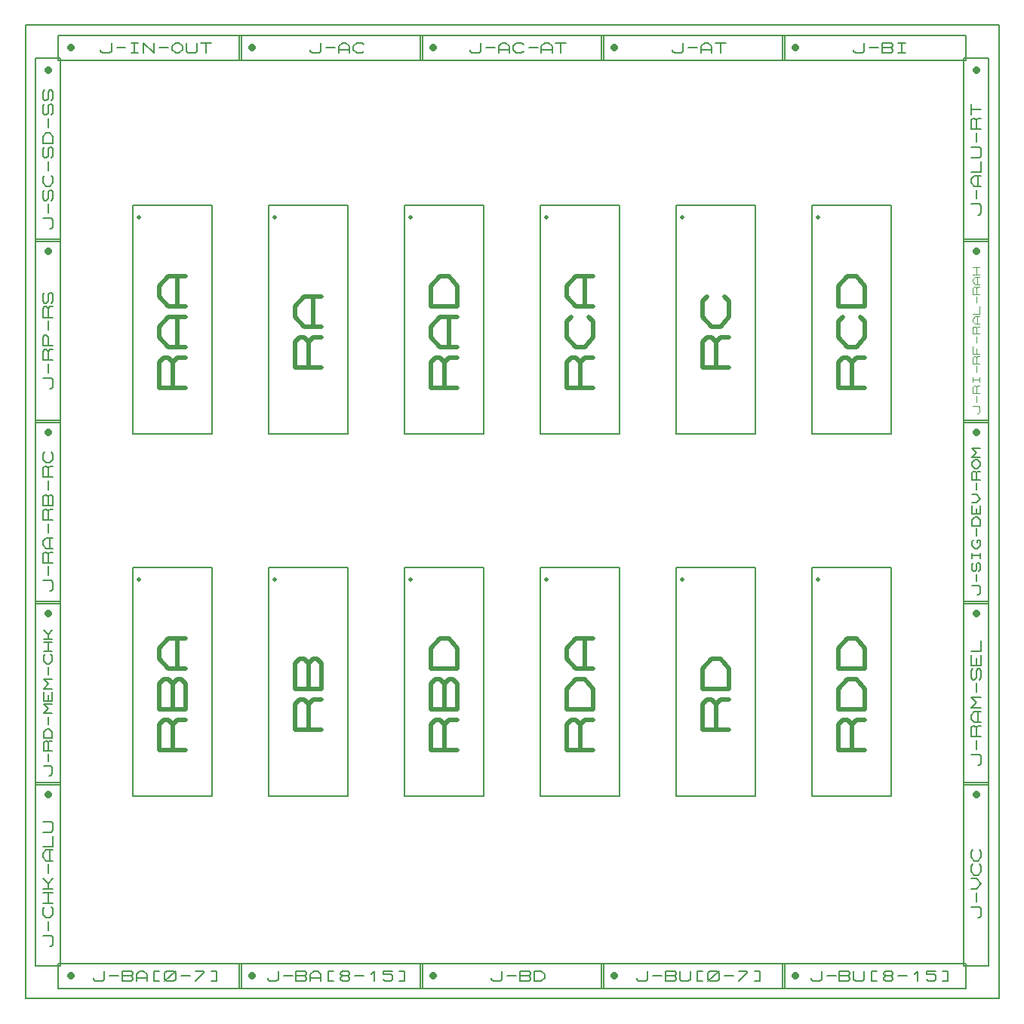
<source format=gbr>
G04 PROTEUS GERBER X2 FILE*
%TF.GenerationSoftware,Labcenter,Proteus,8.13-SP0-Build31525*%
%TF.CreationDate,2022-07-18T16:44:16+00:00*%
%TF.FileFunction,AssemblyDrawing,Top*%
%TF.FilePolarity,Positive*%
%TF.Part,Single*%
%TF.SameCoordinates,{5cd33fac-9818-4aa8-8d23-16ed7fe0303d}*%
%FSLAX45Y45*%
%MOMM*%
G01*
%TA.AperFunction,Profile*%
%ADD15C,0.203200*%
%TA.AperFunction,Material*%
%ADD16C,0.203200*%
%ADD20C,0.812800*%
%ADD21C,0.177800*%
%ADD22C,0.154510*%
%ADD23C,0.123610*%
%ADD24C,0.142630*%
%ADD25C,0.508000*%
%ADD26C,0.507080*%
%TD.AperFunction*%
D15*
X-5461000Y-5715000D02*
X+5461000Y-5715000D01*
X+5461000Y+5207000D01*
X-5461000Y+5207000D01*
X-5461000Y-5715000D01*
D16*
X-3058160Y+4815840D02*
X-1005840Y+4815840D01*
X-1005840Y+5090160D01*
X-3058160Y+5090160D01*
X-3058160Y+4815840D01*
D20*
X-2921000Y+4953000D02*
X-2921000Y+4953000D01*
D21*
X-2263140Y+4935220D02*
X-2263140Y+4917440D01*
X-2243138Y+4899660D01*
X-2163128Y+4899660D01*
X-2143125Y+4917440D01*
X-2143125Y+5006340D01*
X-2083118Y+4953000D02*
X-1983105Y+4953000D01*
X-1943100Y+4899660D02*
X-1943100Y+4970780D01*
X-1903095Y+5006340D01*
X-1863090Y+5006340D01*
X-1823085Y+4970780D01*
X-1823085Y+4899660D01*
X-1943100Y+4935220D02*
X-1823085Y+4935220D01*
X-1663065Y+4917440D02*
X-1683068Y+4899660D01*
X-1743075Y+4899660D01*
X-1783080Y+4935220D01*
X-1783080Y+4970780D01*
X-1743075Y+5006340D01*
X-1683068Y+5006340D01*
X-1663065Y+4988560D01*
D16*
X-1026160Y+4815840D02*
X+1026160Y+4815840D01*
X+1026160Y+5090160D01*
X-1026160Y+5090160D01*
X-1026160Y+4815840D01*
D20*
X-889000Y+4953000D02*
X-889000Y+4953000D01*
D21*
X-471170Y+4935220D02*
X-471170Y+4917440D01*
X-451168Y+4899660D01*
X-371158Y+4899660D01*
X-351155Y+4917440D01*
X-351155Y+5006340D01*
X-291148Y+4953000D02*
X-191135Y+4953000D01*
X-151130Y+4899660D02*
X-151130Y+4970780D01*
X-111125Y+5006340D01*
X-71120Y+5006340D01*
X-31115Y+4970780D01*
X-31115Y+4899660D01*
X-151130Y+4935220D02*
X-31115Y+4935220D01*
X+128905Y+4917440D02*
X+108902Y+4899660D01*
X+48895Y+4899660D01*
X+8890Y+4935220D01*
X+8890Y+4970780D01*
X+48895Y+5006340D01*
X+108902Y+5006340D01*
X+128905Y+4988560D01*
X+188912Y+4953000D02*
X+288925Y+4953000D01*
X+328930Y+4899660D02*
X+328930Y+4970780D01*
X+368935Y+5006340D01*
X+408940Y+5006340D01*
X+448945Y+4970780D01*
X+448945Y+4899660D01*
X+328930Y+4935220D02*
X+448945Y+4935220D01*
X+488950Y+5006340D02*
X+608965Y+5006340D01*
X+548957Y+5006340D02*
X+548957Y+4899660D01*
D16*
X+1005840Y+4815840D02*
X+3058160Y+4815840D01*
X+3058160Y+5090160D01*
X+1005840Y+5090160D01*
X+1005840Y+4815840D01*
D20*
X+1143000Y+4953000D02*
X+1143000Y+4953000D01*
D21*
X+1800860Y+4935220D02*
X+1800860Y+4917440D01*
X+1820862Y+4899660D01*
X+1900872Y+4899660D01*
X+1920875Y+4917440D01*
X+1920875Y+5006340D01*
X+1980882Y+4953000D02*
X+2080895Y+4953000D01*
X+2120900Y+4899660D02*
X+2120900Y+4970780D01*
X+2160905Y+5006340D01*
X+2200910Y+5006340D01*
X+2240915Y+4970780D01*
X+2240915Y+4899660D01*
X+2120900Y+4935220D02*
X+2240915Y+4935220D01*
X+2280920Y+5006340D02*
X+2400935Y+5006340D01*
X+2340927Y+5006340D02*
X+2340927Y+4899660D01*
D16*
X+3037840Y+4815840D02*
X+5090160Y+4815840D01*
X+5090160Y+5090160D01*
X+3037840Y+5090160D01*
X+3037840Y+4815840D01*
D20*
X+3175000Y+4953000D02*
X+3175000Y+4953000D01*
D21*
X+3832860Y+4935220D02*
X+3832860Y+4917440D01*
X+3852862Y+4899660D01*
X+3932872Y+4899660D01*
X+3952875Y+4917440D01*
X+3952875Y+5006340D01*
X+4012882Y+4953000D02*
X+4112895Y+4953000D01*
X+4152900Y+4899660D02*
X+4152900Y+5006340D01*
X+4252912Y+5006340D01*
X+4272915Y+4988560D01*
X+4272915Y+4970780D01*
X+4252912Y+4953000D01*
X+4272915Y+4935220D01*
X+4272915Y+4917440D01*
X+4252912Y+4899660D01*
X+4152900Y+4899660D01*
X+4152900Y+4953000D02*
X+4252912Y+4953000D01*
X+4332922Y+5006340D02*
X+4412932Y+5006340D01*
X+4372927Y+5006340D02*
X+4372927Y+4899660D01*
X+4332922Y+4899660D02*
X+4412932Y+4899660D01*
D16*
X-5090160Y+4815840D02*
X-3037840Y+4815840D01*
X-3037840Y+5090160D01*
X-5090160Y+5090160D01*
X-5090160Y+4815840D01*
D20*
X-4953000Y+4953000D02*
X-4953000Y+4953000D01*
D21*
X-4615180Y+4935220D02*
X-4615180Y+4917440D01*
X-4595178Y+4899660D01*
X-4515168Y+4899660D01*
X-4495165Y+4917440D01*
X-4495165Y+5006340D01*
X-4435158Y+4953000D02*
X-4335145Y+4953000D01*
X-4275138Y+5006340D02*
X-4195128Y+5006340D01*
X-4235133Y+5006340D02*
X-4235133Y+4899660D01*
X-4275138Y+4899660D02*
X-4195128Y+4899660D01*
X-4135120Y+4899660D02*
X-4135120Y+5006340D01*
X-4015105Y+4899660D01*
X-4015105Y+5006340D01*
X-3955098Y+4953000D02*
X-3855085Y+4953000D01*
X-3815080Y+4970780D02*
X-3775075Y+5006340D01*
X-3735070Y+5006340D01*
X-3695065Y+4970780D01*
X-3695065Y+4935220D01*
X-3735070Y+4899660D01*
X-3775075Y+4899660D01*
X-3815080Y+4935220D01*
X-3815080Y+4970780D01*
X-3655060Y+5006340D02*
X-3655060Y+4917440D01*
X-3635058Y+4899660D01*
X-3555048Y+4899660D01*
X-3535045Y+4917440D01*
X-3535045Y+5006340D01*
X-3495040Y+5006340D02*
X-3375025Y+5006340D01*
X-3435033Y+5006340D02*
X-3435033Y+4899660D01*
D16*
X-5090160Y-5598160D02*
X-3037840Y-5598160D01*
X-3037840Y-5323840D01*
X-5090160Y-5323840D01*
X-5090160Y-5598160D01*
D20*
X-4953000Y-5461000D02*
X-4953000Y-5461000D01*
D21*
X-4695190Y-5478780D02*
X-4695190Y-5496560D01*
X-4675188Y-5514340D01*
X-4595178Y-5514340D01*
X-4575175Y-5496560D01*
X-4575175Y-5407660D01*
X-4515168Y-5461000D02*
X-4415155Y-5461000D01*
X-4375150Y-5514340D02*
X-4375150Y-5407660D01*
X-4275138Y-5407660D01*
X-4255135Y-5425440D01*
X-4255135Y-5443220D01*
X-4275138Y-5461000D01*
X-4255135Y-5478780D01*
X-4255135Y-5496560D01*
X-4275138Y-5514340D01*
X-4375150Y-5514340D01*
X-4375150Y-5461000D02*
X-4275138Y-5461000D01*
X-4215130Y-5514340D02*
X-4215130Y-5443220D01*
X-4175125Y-5407660D01*
X-4135120Y-5407660D01*
X-4095115Y-5443220D01*
X-4095115Y-5514340D01*
X-4215130Y-5478780D02*
X-4095115Y-5478780D01*
X-3955098Y-5407660D02*
X-4015105Y-5407660D01*
X-4015105Y-5514340D01*
X-3955098Y-5514340D01*
X-3895090Y-5496560D02*
X-3895090Y-5425440D01*
X-3875088Y-5407660D01*
X-3795078Y-5407660D01*
X-3775075Y-5425440D01*
X-3775075Y-5496560D01*
X-3795078Y-5514340D01*
X-3875088Y-5514340D01*
X-3895090Y-5496560D01*
X-3895090Y-5514340D02*
X-3775075Y-5407660D01*
X-3715068Y-5461000D02*
X-3615055Y-5461000D01*
X-3555048Y-5407660D02*
X-3455035Y-5407660D01*
X-3455035Y-5425440D01*
X-3555048Y-5514340D01*
X-3375025Y-5407660D02*
X-3315018Y-5407660D01*
X-3315018Y-5514340D01*
X-3375025Y-5514340D01*
D16*
X-3058160Y-5598160D02*
X-1005840Y-5598160D01*
X-1005840Y-5323840D01*
X-3058160Y-5323840D01*
X-3058160Y-5598160D01*
D20*
X-2921000Y-5461000D02*
X-2921000Y-5461000D01*
D21*
X-2743200Y-5478780D02*
X-2743200Y-5496560D01*
X-2723198Y-5514340D01*
X-2643188Y-5514340D01*
X-2623185Y-5496560D01*
X-2623185Y-5407660D01*
X-2563178Y-5461000D02*
X-2463165Y-5461000D01*
X-2423160Y-5514340D02*
X-2423160Y-5407660D01*
X-2323148Y-5407660D01*
X-2303145Y-5425440D01*
X-2303145Y-5443220D01*
X-2323148Y-5461000D01*
X-2303145Y-5478780D01*
X-2303145Y-5496560D01*
X-2323148Y-5514340D01*
X-2423160Y-5514340D01*
X-2423160Y-5461000D02*
X-2323148Y-5461000D01*
X-2263140Y-5514340D02*
X-2263140Y-5443220D01*
X-2223135Y-5407660D01*
X-2183130Y-5407660D01*
X-2143125Y-5443220D01*
X-2143125Y-5514340D01*
X-2263140Y-5478780D02*
X-2143125Y-5478780D01*
X-2003108Y-5407660D02*
X-2063115Y-5407660D01*
X-2063115Y-5514340D01*
X-2003108Y-5514340D01*
X-1903095Y-5461000D02*
X-1923098Y-5443220D01*
X-1923098Y-5425440D01*
X-1903095Y-5407660D01*
X-1843088Y-5407660D01*
X-1823085Y-5425440D01*
X-1823085Y-5443220D01*
X-1843088Y-5461000D01*
X-1903095Y-5461000D01*
X-1923098Y-5478780D01*
X-1923098Y-5496560D01*
X-1903095Y-5514340D01*
X-1843088Y-5514340D01*
X-1823085Y-5496560D01*
X-1823085Y-5478780D01*
X-1843088Y-5461000D01*
X-1763078Y-5461000D02*
X-1663065Y-5461000D01*
X-1583055Y-5443220D02*
X-1543050Y-5407660D01*
X-1543050Y-5514340D01*
X-1343025Y-5407660D02*
X-1443038Y-5407660D01*
X-1443038Y-5443220D01*
X-1363028Y-5443220D01*
X-1343025Y-5461000D01*
X-1343025Y-5496560D01*
X-1363028Y-5514340D01*
X-1423035Y-5514340D01*
X-1443038Y-5496560D01*
X-1263015Y-5407660D02*
X-1203008Y-5407660D01*
X-1203008Y-5514340D01*
X-1263015Y-5514340D01*
D16*
X-1026160Y-5598160D02*
X+1026160Y-5598160D01*
X+1026160Y-5323840D01*
X-1026160Y-5323840D01*
X-1026160Y-5598160D01*
D20*
X-889000Y-5461000D02*
X-889000Y-5461000D01*
D21*
X-231140Y-5478780D02*
X-231140Y-5496560D01*
X-211138Y-5514340D01*
X-131128Y-5514340D01*
X-111125Y-5496560D01*
X-111125Y-5407660D01*
X-51118Y-5461000D02*
X+48895Y-5461000D01*
X+88900Y-5514340D02*
X+88900Y-5407660D01*
X+188912Y-5407660D01*
X+208915Y-5425440D01*
X+208915Y-5443220D01*
X+188912Y-5461000D01*
X+208915Y-5478780D01*
X+208915Y-5496560D01*
X+188912Y-5514340D01*
X+88900Y-5514340D01*
X+88900Y-5461000D02*
X+188912Y-5461000D01*
X+248920Y-5514340D02*
X+248920Y-5407660D01*
X+328930Y-5407660D01*
X+368935Y-5443220D01*
X+368935Y-5478780D01*
X+328930Y-5514340D01*
X+248920Y-5514340D01*
D16*
X+1005840Y-5598160D02*
X+3058160Y-5598160D01*
X+3058160Y-5323840D01*
X+1005840Y-5323840D01*
X+1005840Y-5598160D01*
D20*
X+1143000Y-5461000D02*
X+1143000Y-5461000D01*
D21*
X+1400810Y-5478780D02*
X+1400810Y-5496560D01*
X+1420812Y-5514340D01*
X+1500822Y-5514340D01*
X+1520825Y-5496560D01*
X+1520825Y-5407660D01*
X+1580832Y-5461000D02*
X+1680845Y-5461000D01*
X+1720850Y-5514340D02*
X+1720850Y-5407660D01*
X+1820862Y-5407660D01*
X+1840865Y-5425440D01*
X+1840865Y-5443220D01*
X+1820862Y-5461000D01*
X+1840865Y-5478780D01*
X+1840865Y-5496560D01*
X+1820862Y-5514340D01*
X+1720850Y-5514340D01*
X+1720850Y-5461000D02*
X+1820862Y-5461000D01*
X+1880870Y-5407660D02*
X+1880870Y-5496560D01*
X+1900872Y-5514340D01*
X+1980882Y-5514340D01*
X+2000885Y-5496560D01*
X+2000885Y-5407660D01*
X+2140902Y-5407660D02*
X+2080895Y-5407660D01*
X+2080895Y-5514340D01*
X+2140902Y-5514340D01*
X+2200910Y-5496560D02*
X+2200910Y-5425440D01*
X+2220912Y-5407660D01*
X+2300922Y-5407660D01*
X+2320925Y-5425440D01*
X+2320925Y-5496560D01*
X+2300922Y-5514340D01*
X+2220912Y-5514340D01*
X+2200910Y-5496560D01*
X+2200910Y-5514340D02*
X+2320925Y-5407660D01*
X+2380932Y-5461000D02*
X+2480945Y-5461000D01*
X+2540952Y-5407660D02*
X+2640965Y-5407660D01*
X+2640965Y-5425440D01*
X+2540952Y-5514340D01*
X+2720975Y-5407660D02*
X+2780982Y-5407660D01*
X+2780982Y-5514340D01*
X+2720975Y-5514340D01*
D16*
X+3037840Y-5598160D02*
X+5090160Y-5598160D01*
X+5090160Y-5323840D01*
X+3037840Y-5323840D01*
X+3037840Y-5598160D01*
D20*
X+3175000Y-5461000D02*
X+3175000Y-5461000D01*
D21*
X+3352800Y-5478780D02*
X+3352800Y-5496560D01*
X+3372802Y-5514340D01*
X+3452812Y-5514340D01*
X+3472815Y-5496560D01*
X+3472815Y-5407660D01*
X+3532822Y-5461000D02*
X+3632835Y-5461000D01*
X+3672840Y-5514340D02*
X+3672840Y-5407660D01*
X+3772852Y-5407660D01*
X+3792855Y-5425440D01*
X+3792855Y-5443220D01*
X+3772852Y-5461000D01*
X+3792855Y-5478780D01*
X+3792855Y-5496560D01*
X+3772852Y-5514340D01*
X+3672840Y-5514340D01*
X+3672840Y-5461000D02*
X+3772852Y-5461000D01*
X+3832860Y-5407660D02*
X+3832860Y-5496560D01*
X+3852862Y-5514340D01*
X+3932872Y-5514340D01*
X+3952875Y-5496560D01*
X+3952875Y-5407660D01*
X+4092892Y-5407660D02*
X+4032885Y-5407660D01*
X+4032885Y-5514340D01*
X+4092892Y-5514340D01*
X+4192905Y-5461000D02*
X+4172902Y-5443220D01*
X+4172902Y-5425440D01*
X+4192905Y-5407660D01*
X+4252912Y-5407660D01*
X+4272915Y-5425440D01*
X+4272915Y-5443220D01*
X+4252912Y-5461000D01*
X+4192905Y-5461000D01*
X+4172902Y-5478780D01*
X+4172902Y-5496560D01*
X+4192905Y-5514340D01*
X+4252912Y-5514340D01*
X+4272915Y-5496560D01*
X+4272915Y-5478780D01*
X+4252912Y-5461000D01*
X+4332922Y-5461000D02*
X+4432935Y-5461000D01*
X+4512945Y-5443220D02*
X+4552950Y-5407660D01*
X+4552950Y-5514340D01*
X+4752975Y-5407660D02*
X+4652962Y-5407660D01*
X+4652962Y-5443220D01*
X+4732972Y-5443220D01*
X+4752975Y-5461000D01*
X+4752975Y-5496560D01*
X+4732972Y-5514340D01*
X+4672965Y-5514340D01*
X+4652962Y-5496560D01*
X+4832985Y-5407660D02*
X+4892992Y-5407660D01*
X+4892992Y-5514340D01*
X+4832985Y-5514340D01*
D16*
X-5344160Y+2783840D02*
X-5069840Y+2783840D01*
X-5069840Y+4836160D01*
X-5344160Y+4836160D01*
X-5344160Y+2783840D01*
D20*
X-5207000Y+4699000D02*
X-5207000Y+4699000D01*
D21*
X-5189220Y+2921000D02*
X-5171440Y+2921000D01*
X-5153660Y+2941002D01*
X-5153660Y+3021012D01*
X-5171440Y+3041015D01*
X-5260340Y+3041015D01*
X-5207000Y+3101022D02*
X-5207000Y+3201035D01*
X-5171440Y+3241040D02*
X-5153660Y+3261042D01*
X-5153660Y+3341052D01*
X-5171440Y+3361055D01*
X-5189220Y+3361055D01*
X-5207000Y+3341052D01*
X-5207000Y+3261042D01*
X-5224780Y+3241040D01*
X-5242560Y+3241040D01*
X-5260340Y+3261042D01*
X-5260340Y+3341052D01*
X-5242560Y+3361055D01*
X-5171440Y+3521075D02*
X-5153660Y+3501072D01*
X-5153660Y+3441065D01*
X-5189220Y+3401060D01*
X-5224780Y+3401060D01*
X-5260340Y+3441065D01*
X-5260340Y+3501072D01*
X-5242560Y+3521075D01*
X-5207000Y+3581082D02*
X-5207000Y+3681095D01*
X-5171440Y+3721100D02*
X-5153660Y+3741102D01*
X-5153660Y+3821112D01*
X-5171440Y+3841115D01*
X-5189220Y+3841115D01*
X-5207000Y+3821112D01*
X-5207000Y+3741102D01*
X-5224780Y+3721100D01*
X-5242560Y+3721100D01*
X-5260340Y+3741102D01*
X-5260340Y+3821112D01*
X-5242560Y+3841115D01*
X-5153660Y+3881120D02*
X-5260340Y+3881120D01*
X-5260340Y+3961130D01*
X-5224780Y+4001135D01*
X-5189220Y+4001135D01*
X-5153660Y+3961130D01*
X-5153660Y+3881120D01*
X-5207000Y+4061142D02*
X-5207000Y+4161155D01*
X-5171440Y+4201160D02*
X-5153660Y+4221162D01*
X-5153660Y+4301172D01*
X-5171440Y+4321175D01*
X-5189220Y+4321175D01*
X-5207000Y+4301172D01*
X-5207000Y+4221162D01*
X-5224780Y+4201160D01*
X-5242560Y+4201160D01*
X-5260340Y+4221162D01*
X-5260340Y+4301172D01*
X-5242560Y+4321175D01*
X-5171440Y+4361180D02*
X-5153660Y+4381182D01*
X-5153660Y+4461192D01*
X-5171440Y+4481195D01*
X-5189220Y+4481195D01*
X-5207000Y+4461192D01*
X-5207000Y+4381182D01*
X-5224780Y+4361180D01*
X-5242560Y+4361180D01*
X-5260340Y+4381182D01*
X-5260340Y+4461192D01*
X-5242560Y+4481195D01*
D16*
X-5344160Y+751840D02*
X-5069840Y+751840D01*
X-5069840Y+2804160D01*
X-5344160Y+2804160D01*
X-5344160Y+751840D01*
D20*
X-5207000Y+2667000D02*
X-5207000Y+2667000D01*
D21*
X-5189220Y+1129030D02*
X-5171440Y+1129030D01*
X-5153660Y+1149032D01*
X-5153660Y+1229042D01*
X-5171440Y+1249045D01*
X-5260340Y+1249045D01*
X-5207000Y+1309052D02*
X-5207000Y+1409065D01*
X-5153660Y+1449070D02*
X-5260340Y+1449070D01*
X-5260340Y+1549082D01*
X-5242560Y+1569085D01*
X-5224780Y+1569085D01*
X-5207000Y+1549082D01*
X-5207000Y+1449070D01*
X-5207000Y+1549082D02*
X-5189220Y+1569085D01*
X-5153660Y+1569085D01*
X-5153660Y+1609090D02*
X-5260340Y+1609090D01*
X-5260340Y+1709102D01*
X-5242560Y+1729105D01*
X-5224780Y+1729105D01*
X-5207000Y+1709102D01*
X-5207000Y+1609090D01*
X-5207000Y+1789112D02*
X-5207000Y+1889125D01*
X-5153660Y+1929130D02*
X-5260340Y+1929130D01*
X-5260340Y+2029142D01*
X-5242560Y+2049145D01*
X-5224780Y+2049145D01*
X-5207000Y+2029142D01*
X-5207000Y+1929130D01*
X-5207000Y+2029142D02*
X-5189220Y+2049145D01*
X-5153660Y+2049145D01*
X-5171440Y+2089150D02*
X-5153660Y+2109152D01*
X-5153660Y+2189162D01*
X-5171440Y+2209165D01*
X-5189220Y+2209165D01*
X-5207000Y+2189162D01*
X-5207000Y+2109152D01*
X-5224780Y+2089150D01*
X-5242560Y+2089150D01*
X-5260340Y+2109152D01*
X-5260340Y+2189162D01*
X-5242560Y+2209165D01*
D16*
X-5344160Y-1280160D02*
X-5069840Y-1280160D01*
X-5069840Y+772160D01*
X-5344160Y+772160D01*
X-5344160Y-1280160D01*
D20*
X-5207000Y+635000D02*
X-5207000Y+635000D01*
D21*
X-5189220Y-1143000D02*
X-5171440Y-1143000D01*
X-5153660Y-1122998D01*
X-5153660Y-1042988D01*
X-5171440Y-1022985D01*
X-5260340Y-1022985D01*
X-5207000Y-962978D02*
X-5207000Y-862965D01*
X-5153660Y-822960D02*
X-5260340Y-822960D01*
X-5260340Y-722948D01*
X-5242560Y-702945D01*
X-5224780Y-702945D01*
X-5207000Y-722948D01*
X-5207000Y-822960D01*
X-5207000Y-722948D02*
X-5189220Y-702945D01*
X-5153660Y-702945D01*
X-5153660Y-662940D02*
X-5224780Y-662940D01*
X-5260340Y-622935D01*
X-5260340Y-582930D01*
X-5224780Y-542925D01*
X-5153660Y-542925D01*
X-5189220Y-662940D02*
X-5189220Y-542925D01*
X-5207000Y-482918D02*
X-5207000Y-382905D01*
X-5153660Y-342900D02*
X-5260340Y-342900D01*
X-5260340Y-242888D01*
X-5242560Y-222885D01*
X-5224780Y-222885D01*
X-5207000Y-242888D01*
X-5207000Y-342900D01*
X-5207000Y-242888D02*
X-5189220Y-222885D01*
X-5153660Y-222885D01*
X-5153660Y-182880D02*
X-5260340Y-182880D01*
X-5260340Y-82868D01*
X-5242560Y-62865D01*
X-5224780Y-62865D01*
X-5207000Y-82868D01*
X-5189220Y-62865D01*
X-5171440Y-62865D01*
X-5153660Y-82868D01*
X-5153660Y-182880D01*
X-5207000Y-182880D02*
X-5207000Y-82868D01*
X-5207000Y-2858D02*
X-5207000Y+97155D01*
X-5153660Y+137160D02*
X-5260340Y+137160D01*
X-5260340Y+237172D01*
X-5242560Y+257175D01*
X-5224780Y+257175D01*
X-5207000Y+237172D01*
X-5207000Y+137160D01*
X-5207000Y+237172D02*
X-5189220Y+257175D01*
X-5153660Y+257175D01*
X-5171440Y+417195D02*
X-5153660Y+397192D01*
X-5153660Y+337185D01*
X-5189220Y+297180D01*
X-5224780Y+297180D01*
X-5260340Y+337185D01*
X-5260340Y+397192D01*
X-5242560Y+417195D01*
D16*
X-5344160Y-3312160D02*
X-5069840Y-3312160D01*
X-5069840Y-1259840D01*
X-5344160Y-1259840D01*
X-5344160Y-3312160D01*
D20*
X-5207000Y-1397000D02*
X-5207000Y-1397000D01*
D22*
X-5191548Y-3209284D02*
X-5176096Y-3209284D01*
X-5160645Y-3191901D01*
X-5160645Y-3122369D01*
X-5176096Y-3104986D01*
X-5253354Y-3104986D01*
X-5207000Y-3052837D02*
X-5207000Y-2965922D01*
X-5160645Y-2931156D02*
X-5253354Y-2931156D01*
X-5253354Y-2844241D01*
X-5237903Y-2826858D01*
X-5222451Y-2826858D01*
X-5207000Y-2844241D01*
X-5207000Y-2931156D01*
X-5207000Y-2844241D02*
X-5191548Y-2826858D01*
X-5160645Y-2826858D01*
X-5160645Y-2792092D02*
X-5253354Y-2792092D01*
X-5253354Y-2722560D01*
X-5222451Y-2687794D01*
X-5191548Y-2687794D01*
X-5160645Y-2722560D01*
X-5160645Y-2792092D01*
X-5207000Y-2635645D02*
X-5207000Y-2548730D01*
X-5160645Y-2513964D02*
X-5253354Y-2513964D01*
X-5207000Y-2461815D01*
X-5253354Y-2409666D01*
X-5160645Y-2409666D01*
X-5160645Y-2270602D02*
X-5160645Y-2374900D01*
X-5253354Y-2374900D01*
X-5253354Y-2270602D01*
X-5207000Y-2374900D02*
X-5207000Y-2305368D01*
X-5160645Y-2235836D02*
X-5253354Y-2235836D01*
X-5207000Y-2183687D01*
X-5253354Y-2131538D01*
X-5160645Y-2131538D01*
X-5207000Y-2079389D02*
X-5207000Y-1992474D01*
X-5176096Y-1853410D02*
X-5160645Y-1870793D01*
X-5160645Y-1922942D01*
X-5191548Y-1957708D01*
X-5222451Y-1957708D01*
X-5253354Y-1922942D01*
X-5253354Y-1870793D01*
X-5237903Y-1853410D01*
X-5160645Y-1818644D02*
X-5253354Y-1818644D01*
X-5253354Y-1714346D02*
X-5160645Y-1714346D01*
X-5207000Y-1818644D02*
X-5207000Y-1714346D01*
X-5253354Y-1679580D02*
X-5160645Y-1679580D01*
X-5253354Y-1575282D02*
X-5207000Y-1627431D01*
X-5160645Y-1575282D01*
X-5207000Y-1679580D02*
X-5207000Y-1627431D01*
D16*
X-5344160Y-5344160D02*
X-5069840Y-5344160D01*
X-5069840Y-3291840D01*
X-5344160Y-3291840D01*
X-5344160Y-5344160D01*
D20*
X-5207000Y-3429000D02*
X-5207000Y-3429000D01*
D21*
X-5189220Y-5126990D02*
X-5171440Y-5126990D01*
X-5153660Y-5106988D01*
X-5153660Y-5026978D01*
X-5171440Y-5006975D01*
X-5260340Y-5006975D01*
X-5207000Y-4946968D02*
X-5207000Y-4846955D01*
X-5171440Y-4686935D02*
X-5153660Y-4706938D01*
X-5153660Y-4766945D01*
X-5189220Y-4806950D01*
X-5224780Y-4806950D01*
X-5260340Y-4766945D01*
X-5260340Y-4706938D01*
X-5242560Y-4686935D01*
X-5153660Y-4646930D02*
X-5260340Y-4646930D01*
X-5260340Y-4526915D02*
X-5153660Y-4526915D01*
X-5207000Y-4646930D02*
X-5207000Y-4526915D01*
X-5260340Y-4486910D02*
X-5153660Y-4486910D01*
X-5260340Y-4366895D02*
X-5207000Y-4426903D01*
X-5153660Y-4366895D01*
X-5207000Y-4486910D02*
X-5207000Y-4426903D01*
X-5207000Y-4306888D02*
X-5207000Y-4206875D01*
X-5153660Y-4166870D02*
X-5224780Y-4166870D01*
X-5260340Y-4126865D01*
X-5260340Y-4086860D01*
X-5224780Y-4046855D01*
X-5153660Y-4046855D01*
X-5189220Y-4166870D02*
X-5189220Y-4046855D01*
X-5260340Y-4006850D02*
X-5153660Y-4006850D01*
X-5153660Y-3886835D01*
X-5260340Y-3846830D02*
X-5171440Y-3846830D01*
X-5153660Y-3826828D01*
X-5153660Y-3746818D01*
X-5171440Y-3726815D01*
X-5260340Y-3726815D01*
D16*
X+5069840Y+2783840D02*
X+5344160Y+2783840D01*
X+5344160Y+4836160D01*
X+5069840Y+4836160D01*
X+5069840Y+2783840D01*
D20*
X+5207000Y+4699000D02*
X+5207000Y+4699000D01*
D21*
X+5224780Y+3081020D02*
X+5242560Y+3081020D01*
X+5260340Y+3101022D01*
X+5260340Y+3181032D01*
X+5242560Y+3201035D01*
X+5153660Y+3201035D01*
X+5207000Y+3261042D02*
X+5207000Y+3361055D01*
X+5260340Y+3401060D02*
X+5189220Y+3401060D01*
X+5153660Y+3441065D01*
X+5153660Y+3481070D01*
X+5189220Y+3521075D01*
X+5260340Y+3521075D01*
X+5224780Y+3401060D02*
X+5224780Y+3521075D01*
X+5153660Y+3561080D02*
X+5260340Y+3561080D01*
X+5260340Y+3681095D01*
X+5153660Y+3721100D02*
X+5242560Y+3721100D01*
X+5260340Y+3741102D01*
X+5260340Y+3821112D01*
X+5242560Y+3841115D01*
X+5153660Y+3841115D01*
X+5207000Y+3901122D02*
X+5207000Y+4001135D01*
X+5260340Y+4041140D02*
X+5153660Y+4041140D01*
X+5153660Y+4141152D01*
X+5171440Y+4161155D01*
X+5189220Y+4161155D01*
X+5207000Y+4141152D01*
X+5207000Y+4041140D01*
X+5207000Y+4141152D02*
X+5224780Y+4161155D01*
X+5260340Y+4161155D01*
X+5153660Y+4201160D02*
X+5153660Y+4321175D01*
X+5153660Y+4261167D02*
X+5260340Y+4261167D01*
D16*
X+5069840Y+751840D02*
X+5344160Y+751840D01*
X+5344160Y+2804160D01*
X+5069840Y+2804160D01*
X+5069840Y+751840D01*
D20*
X+5207000Y+2667000D02*
X+5207000Y+2667000D01*
D23*
X+5219361Y+854718D02*
X+5231723Y+854718D01*
X+5244084Y+868624D01*
X+5244084Y+924249D01*
X+5231723Y+938156D01*
X+5169916Y+938156D01*
X+5207000Y+979875D02*
X+5207000Y+1049407D01*
X+5244084Y+1077220D02*
X+5169916Y+1077220D01*
X+5169916Y+1146751D01*
X+5182277Y+1160658D01*
X+5194639Y+1160658D01*
X+5207000Y+1146751D01*
X+5207000Y+1077220D01*
X+5207000Y+1146751D02*
X+5219361Y+1160658D01*
X+5244084Y+1160658D01*
X+5169916Y+1202377D02*
X+5169916Y+1258002D01*
X+5169916Y+1230190D02*
X+5244084Y+1230190D01*
X+5244084Y+1202377D02*
X+5244084Y+1258002D01*
X+5207000Y+1313628D02*
X+5207000Y+1383160D01*
X+5244084Y+1410973D02*
X+5169916Y+1410973D01*
X+5169916Y+1480504D01*
X+5182277Y+1494411D01*
X+5194639Y+1494411D01*
X+5207000Y+1480504D01*
X+5207000Y+1410973D01*
X+5207000Y+1480504D02*
X+5219361Y+1494411D01*
X+5244084Y+1494411D01*
X+5244084Y+1522224D02*
X+5169916Y+1522224D01*
X+5169916Y+1605662D01*
X+5207000Y+1522224D02*
X+5207000Y+1577849D01*
X+5207000Y+1647381D02*
X+5207000Y+1716913D01*
X+5244084Y+1744726D02*
X+5169916Y+1744726D01*
X+5169916Y+1814257D01*
X+5182277Y+1828164D01*
X+5194639Y+1828164D01*
X+5207000Y+1814257D01*
X+5207000Y+1744726D01*
X+5207000Y+1814257D02*
X+5219361Y+1828164D01*
X+5244084Y+1828164D01*
X+5244084Y+1855977D02*
X+5194639Y+1855977D01*
X+5169916Y+1883789D01*
X+5169916Y+1911602D01*
X+5194639Y+1939415D01*
X+5244084Y+1939415D01*
X+5219361Y+1855977D02*
X+5219361Y+1939415D01*
X+5169916Y+1967228D02*
X+5244084Y+1967228D01*
X+5244084Y+2050666D01*
X+5207000Y+2092385D02*
X+5207000Y+2161917D01*
X+5244084Y+2189730D02*
X+5169916Y+2189730D01*
X+5169916Y+2259261D01*
X+5182277Y+2273168D01*
X+5194639Y+2273168D01*
X+5207000Y+2259261D01*
X+5207000Y+2189730D01*
X+5207000Y+2259261D02*
X+5219361Y+2273168D01*
X+5244084Y+2273168D01*
X+5244084Y+2300981D02*
X+5194639Y+2300981D01*
X+5169916Y+2328793D01*
X+5169916Y+2356606D01*
X+5194639Y+2384419D01*
X+5244084Y+2384419D01*
X+5219361Y+2300981D02*
X+5219361Y+2384419D01*
X+5244084Y+2412232D02*
X+5169916Y+2412232D01*
X+5169916Y+2495670D02*
X+5244084Y+2495670D01*
X+5207000Y+2412232D02*
X+5207000Y+2495670D01*
D16*
X+5069840Y-1280160D02*
X+5344160Y-1280160D01*
X+5344160Y+772160D01*
X+5069840Y+772160D01*
X+5069840Y-1280160D01*
D20*
X+5207000Y+635000D02*
X+5207000Y+635000D01*
D24*
X+5221263Y-1177285D02*
X+5235526Y-1177285D01*
X+5249789Y-1161240D01*
X+5249789Y-1097056D01*
X+5235526Y-1081010D01*
X+5164211Y-1081010D01*
X+5207000Y-1032873D02*
X+5207000Y-952643D01*
X+5235526Y-920551D02*
X+5249789Y-904506D01*
X+5249789Y-840322D01*
X+5235526Y-824276D01*
X+5221263Y-824276D01*
X+5207000Y-840322D01*
X+5207000Y-904506D01*
X+5192737Y-920551D01*
X+5178474Y-920551D01*
X+5164211Y-904506D01*
X+5164211Y-840322D01*
X+5178474Y-824276D01*
X+5164211Y-776139D02*
X+5164211Y-711955D01*
X+5164211Y-744047D02*
X+5249789Y-744047D01*
X+5249789Y-776139D02*
X+5249789Y-711955D01*
X+5221263Y-599634D02*
X+5221263Y-567542D01*
X+5249789Y-567542D01*
X+5249789Y-631726D01*
X+5221263Y-663817D01*
X+5192737Y-663817D01*
X+5164211Y-631726D01*
X+5164211Y-583588D01*
X+5178474Y-567542D01*
X+5207000Y-519405D02*
X+5207000Y-439175D01*
X+5249789Y-407083D02*
X+5164211Y-407083D01*
X+5164211Y-342900D01*
X+5192737Y-310808D01*
X+5221263Y-310808D01*
X+5249789Y-342900D01*
X+5249789Y-407083D01*
X+5249789Y-182441D02*
X+5249789Y-278716D01*
X+5164211Y-278716D01*
X+5164211Y-182441D01*
X+5207000Y-278716D02*
X+5207000Y-214533D01*
X+5164211Y-150349D02*
X+5207000Y-150349D01*
X+5249789Y-102212D01*
X+5207000Y-54074D01*
X+5164211Y-54074D01*
X+5207000Y-5937D02*
X+5207000Y+74293D01*
X+5249789Y+106385D02*
X+5164211Y+106385D01*
X+5164211Y+186614D01*
X+5178474Y+202660D01*
X+5192737Y+202660D01*
X+5207000Y+186614D01*
X+5207000Y+106385D01*
X+5207000Y+186614D02*
X+5221263Y+202660D01*
X+5249789Y+202660D01*
X+5192737Y+234752D02*
X+5164211Y+266843D01*
X+5164211Y+298935D01*
X+5192737Y+331027D01*
X+5221263Y+331027D01*
X+5249789Y+298935D01*
X+5249789Y+266843D01*
X+5221263Y+234752D01*
X+5192737Y+234752D01*
X+5249789Y+363119D02*
X+5164211Y+363119D01*
X+5207000Y+411256D01*
X+5164211Y+459394D01*
X+5249789Y+459394D01*
D16*
X+5069840Y-3312160D02*
X+5344160Y-3312160D01*
X+5344160Y-1259840D01*
X+5069840Y-1259840D01*
X+5069840Y-3312160D01*
D20*
X+5207000Y-1397000D02*
X+5207000Y-1397000D01*
D21*
X+5224780Y-3094990D02*
X+5242560Y-3094990D01*
X+5260340Y-3074988D01*
X+5260340Y-2994978D01*
X+5242560Y-2974975D01*
X+5153660Y-2974975D01*
X+5207000Y-2914968D02*
X+5207000Y-2814955D01*
X+5260340Y-2774950D02*
X+5153660Y-2774950D01*
X+5153660Y-2674938D01*
X+5171440Y-2654935D01*
X+5189220Y-2654935D01*
X+5207000Y-2674938D01*
X+5207000Y-2774950D01*
X+5207000Y-2674938D02*
X+5224780Y-2654935D01*
X+5260340Y-2654935D01*
X+5260340Y-2614930D02*
X+5189220Y-2614930D01*
X+5153660Y-2574925D01*
X+5153660Y-2534920D01*
X+5189220Y-2494915D01*
X+5260340Y-2494915D01*
X+5224780Y-2614930D02*
X+5224780Y-2494915D01*
X+5260340Y-2454910D02*
X+5153660Y-2454910D01*
X+5207000Y-2394903D01*
X+5153660Y-2334895D01*
X+5260340Y-2334895D01*
X+5207000Y-2274888D02*
X+5207000Y-2174875D01*
X+5242560Y-2134870D02*
X+5260340Y-2114868D01*
X+5260340Y-2034858D01*
X+5242560Y-2014855D01*
X+5224780Y-2014855D01*
X+5207000Y-2034858D01*
X+5207000Y-2114868D01*
X+5189220Y-2134870D01*
X+5171440Y-2134870D01*
X+5153660Y-2114868D01*
X+5153660Y-2034858D01*
X+5171440Y-2014855D01*
X+5260340Y-1854835D02*
X+5260340Y-1974850D01*
X+5153660Y-1974850D01*
X+5153660Y-1854835D01*
X+5207000Y-1974850D02*
X+5207000Y-1894840D01*
X+5153660Y-1814830D02*
X+5260340Y-1814830D01*
X+5260340Y-1694815D01*
D16*
X+5069840Y-5344160D02*
X+5344160Y-5344160D01*
X+5344160Y-3291840D01*
X+5069840Y-3291840D01*
X+5069840Y-5344160D01*
D20*
X+5207000Y-3429000D02*
X+5207000Y-3429000D01*
D21*
X+5224780Y-4806950D02*
X+5242560Y-4806950D01*
X+5260340Y-4786948D01*
X+5260340Y-4706938D01*
X+5242560Y-4686935D01*
X+5153660Y-4686935D01*
X+5207000Y-4626928D02*
X+5207000Y-4526915D01*
X+5153660Y-4486910D02*
X+5207000Y-4486910D01*
X+5260340Y-4426903D01*
X+5207000Y-4366895D01*
X+5153660Y-4366895D01*
X+5242560Y-4206875D02*
X+5260340Y-4226878D01*
X+5260340Y-4286885D01*
X+5224780Y-4326890D01*
X+5189220Y-4326890D01*
X+5153660Y-4286885D01*
X+5153660Y-4226878D01*
X+5171440Y-4206875D01*
X+5242560Y-4046855D02*
X+5260340Y-4066858D01*
X+5260340Y-4126865D01*
X+5224780Y-4166870D01*
X+5189220Y-4166870D01*
X+5153660Y-4126865D01*
X+5153660Y-4066858D01*
X+5171440Y-4046855D01*
D16*
X-4254500Y+624840D02*
X-3365500Y+624840D01*
X-3365500Y+3185160D01*
X-4254500Y+3185160D01*
X-4254500Y+624840D01*
D25*
X-4191000Y+3048000D02*
X-4191000Y+3048000D01*
D26*
X-3657875Y+1139156D02*
X-3962126Y+1139156D01*
X-3962126Y+1424391D01*
X-3911417Y+1481438D01*
X-3860709Y+1481438D01*
X-3810000Y+1424391D01*
X-3810000Y+1139156D01*
X-3810000Y+1424391D02*
X-3759292Y+1481438D01*
X-3657875Y+1481438D01*
X-3657875Y+1595532D02*
X-3860709Y+1595532D01*
X-3962126Y+1709626D01*
X-3962126Y+1823720D01*
X-3860709Y+1937814D01*
X-3657875Y+1937814D01*
X-3759292Y+1595532D02*
X-3759292Y+1937814D01*
X-3657875Y+2051908D02*
X-3860709Y+2051908D01*
X-3962126Y+2166002D01*
X-3962126Y+2280096D01*
X-3860709Y+2394190D01*
X-3657875Y+2394190D01*
X-3759292Y+2051908D02*
X-3759292Y+2394190D01*
D16*
X-1206500Y+624840D02*
X-317500Y+624840D01*
X-317500Y+3185160D01*
X-1206500Y+3185160D01*
X-1206500Y+624840D01*
D25*
X-1143000Y+3048000D02*
X-1143000Y+3048000D01*
D26*
X-609875Y+1139156D02*
X-914126Y+1139156D01*
X-914126Y+1424391D01*
X-863417Y+1481438D01*
X-812709Y+1481438D01*
X-762000Y+1424391D01*
X-762000Y+1139156D01*
X-762000Y+1424391D02*
X-711292Y+1481438D01*
X-609875Y+1481438D01*
X-609875Y+1595532D02*
X-812709Y+1595532D01*
X-914126Y+1709626D01*
X-914126Y+1823720D01*
X-812709Y+1937814D01*
X-609875Y+1937814D01*
X-711292Y+1595532D02*
X-711292Y+1937814D01*
X-609875Y+2051908D02*
X-914126Y+2051908D01*
X-914126Y+2280096D01*
X-812709Y+2394190D01*
X-711292Y+2394190D01*
X-609875Y+2280096D01*
X-609875Y+2051908D01*
D16*
X-2730500Y+624840D02*
X-1841500Y+624840D01*
X-1841500Y+3185160D01*
X-2730500Y+3185160D01*
X-2730500Y+624840D01*
D25*
X-2667000Y+3048000D02*
X-2667000Y+3048000D01*
D26*
X-2133875Y+1367344D02*
X-2438126Y+1367344D01*
X-2438126Y+1652579D01*
X-2387417Y+1709626D01*
X-2336709Y+1709626D01*
X-2286000Y+1652579D01*
X-2286000Y+1367344D01*
X-2286000Y+1652579D02*
X-2235292Y+1709626D01*
X-2133875Y+1709626D01*
X-2133875Y+1823720D02*
X-2336709Y+1823720D01*
X-2438126Y+1937814D01*
X-2438126Y+2051908D01*
X-2336709Y+2166002D01*
X-2133875Y+2166002D01*
X-2235292Y+1823720D02*
X-2235292Y+2166002D01*
D16*
X-2730500Y-3439160D02*
X-1841500Y-3439160D01*
X-1841500Y-878840D01*
X-2730500Y-878840D01*
X-2730500Y-3439160D01*
D25*
X-2667000Y-1016000D02*
X-2667000Y-1016000D01*
D26*
X-2133875Y-2696656D02*
X-2438126Y-2696656D01*
X-2438126Y-2411421D01*
X-2387417Y-2354374D01*
X-2336709Y-2354374D01*
X-2286000Y-2411421D01*
X-2286000Y-2696656D01*
X-2286000Y-2411421D02*
X-2235292Y-2354374D01*
X-2133875Y-2354374D01*
X-2133875Y-2240280D02*
X-2438126Y-2240280D01*
X-2438126Y-1955045D01*
X-2387417Y-1897998D01*
X-2336709Y-1897998D01*
X-2286000Y-1955045D01*
X-2235292Y-1897998D01*
X-2184583Y-1897998D01*
X-2133875Y-1955045D01*
X-2133875Y-2240280D01*
X-2286000Y-2240280D02*
X-2286000Y-1955045D01*
D16*
X-4254500Y-3439160D02*
X-3365500Y-3439160D01*
X-3365500Y-878840D01*
X-4254500Y-878840D01*
X-4254500Y-3439160D01*
D25*
X-4191000Y-1016000D02*
X-4191000Y-1016000D01*
D26*
X-3657875Y-2924844D02*
X-3962126Y-2924844D01*
X-3962126Y-2639609D01*
X-3911417Y-2582562D01*
X-3860709Y-2582562D01*
X-3810000Y-2639609D01*
X-3810000Y-2924844D01*
X-3810000Y-2639609D02*
X-3759292Y-2582562D01*
X-3657875Y-2582562D01*
X-3657875Y-2468468D02*
X-3962126Y-2468468D01*
X-3962126Y-2183233D01*
X-3911417Y-2126186D01*
X-3860709Y-2126186D01*
X-3810000Y-2183233D01*
X-3759292Y-2126186D01*
X-3708583Y-2126186D01*
X-3657875Y-2183233D01*
X-3657875Y-2468468D01*
X-3810000Y-2468468D02*
X-3810000Y-2183233D01*
X-3657875Y-2012092D02*
X-3860709Y-2012092D01*
X-3962126Y-1897998D01*
X-3962126Y-1783904D01*
X-3860709Y-1669810D01*
X-3657875Y-1669810D01*
X-3759292Y-2012092D02*
X-3759292Y-1669810D01*
D16*
X-1206500Y-3439160D02*
X-317500Y-3439160D01*
X-317500Y-878840D01*
X-1206500Y-878840D01*
X-1206500Y-3439160D01*
D25*
X-1143000Y-1016000D02*
X-1143000Y-1016000D01*
D26*
X-609875Y-2924844D02*
X-914126Y-2924844D01*
X-914126Y-2639609D01*
X-863417Y-2582562D01*
X-812709Y-2582562D01*
X-762000Y-2639609D01*
X-762000Y-2924844D01*
X-762000Y-2639609D02*
X-711292Y-2582562D01*
X-609875Y-2582562D01*
X-609875Y-2468468D02*
X-914126Y-2468468D01*
X-914126Y-2183233D01*
X-863417Y-2126186D01*
X-812709Y-2126186D01*
X-762000Y-2183233D01*
X-711292Y-2126186D01*
X-660583Y-2126186D01*
X-609875Y-2183233D01*
X-609875Y-2468468D01*
X-762000Y-2468468D02*
X-762000Y-2183233D01*
X-609875Y-2012092D02*
X-914126Y-2012092D01*
X-914126Y-1783904D01*
X-812709Y-1669810D01*
X-711292Y-1669810D01*
X-609875Y-1783904D01*
X-609875Y-2012092D01*
D16*
X+1841500Y+624840D02*
X+2730500Y+624840D01*
X+2730500Y+3185160D01*
X+1841500Y+3185160D01*
X+1841500Y+624840D01*
D25*
X+1905000Y+3048000D02*
X+1905000Y+3048000D01*
D26*
X+2438125Y+1367344D02*
X+2133874Y+1367344D01*
X+2133874Y+1652579D01*
X+2184583Y+1709626D01*
X+2235291Y+1709626D01*
X+2286000Y+1652579D01*
X+2286000Y+1367344D01*
X+2286000Y+1652579D02*
X+2336708Y+1709626D01*
X+2438125Y+1709626D01*
X+2387417Y+2166002D02*
X+2438125Y+2108955D01*
X+2438125Y+1937814D01*
X+2336708Y+1823720D01*
X+2235291Y+1823720D01*
X+2133874Y+1937814D01*
X+2133874Y+2108955D01*
X+2184583Y+2166002D01*
D16*
X+317500Y+624840D02*
X+1206500Y+624840D01*
X+1206500Y+3185160D01*
X+317500Y+3185160D01*
X+317500Y+624840D01*
D25*
X+381000Y+3048000D02*
X+381000Y+3048000D01*
D26*
X+914125Y+1139156D02*
X+609874Y+1139156D01*
X+609874Y+1424391D01*
X+660583Y+1481438D01*
X+711291Y+1481438D01*
X+762000Y+1424391D01*
X+762000Y+1139156D01*
X+762000Y+1424391D02*
X+812708Y+1481438D01*
X+914125Y+1481438D01*
X+863417Y+1937814D02*
X+914125Y+1880767D01*
X+914125Y+1709626D01*
X+812708Y+1595532D01*
X+711291Y+1595532D01*
X+609874Y+1709626D01*
X+609874Y+1880767D01*
X+660583Y+1937814D01*
X+914125Y+2051908D02*
X+711291Y+2051908D01*
X+609874Y+2166002D01*
X+609874Y+2280096D01*
X+711291Y+2394190D01*
X+914125Y+2394190D01*
X+812708Y+2051908D02*
X+812708Y+2394190D01*
D16*
X+3365500Y+624840D02*
X+4254500Y+624840D01*
X+4254500Y+3185160D01*
X+3365500Y+3185160D01*
X+3365500Y+624840D01*
D25*
X+3429000Y+3048000D02*
X+3429000Y+3048000D01*
D26*
X+3962125Y+1139156D02*
X+3657874Y+1139156D01*
X+3657874Y+1424391D01*
X+3708583Y+1481438D01*
X+3759291Y+1481438D01*
X+3810000Y+1424391D01*
X+3810000Y+1139156D01*
X+3810000Y+1424391D02*
X+3860708Y+1481438D01*
X+3962125Y+1481438D01*
X+3911417Y+1937814D02*
X+3962125Y+1880767D01*
X+3962125Y+1709626D01*
X+3860708Y+1595532D01*
X+3759291Y+1595532D01*
X+3657874Y+1709626D01*
X+3657874Y+1880767D01*
X+3708583Y+1937814D01*
X+3962125Y+2051908D02*
X+3657874Y+2051908D01*
X+3657874Y+2280096D01*
X+3759291Y+2394190D01*
X+3860708Y+2394190D01*
X+3962125Y+2280096D01*
X+3962125Y+2051908D01*
D16*
X+1841500Y-3439160D02*
X+2730500Y-3439160D01*
X+2730500Y-878840D01*
X+1841500Y-878840D01*
X+1841500Y-3439160D01*
D25*
X+1905000Y-1016000D02*
X+1905000Y-1016000D01*
D26*
X+2438125Y-2696656D02*
X+2133874Y-2696656D01*
X+2133874Y-2411421D01*
X+2184583Y-2354374D01*
X+2235291Y-2354374D01*
X+2286000Y-2411421D01*
X+2286000Y-2696656D01*
X+2286000Y-2411421D02*
X+2336708Y-2354374D01*
X+2438125Y-2354374D01*
X+2438125Y-2240280D02*
X+2133874Y-2240280D01*
X+2133874Y-2012092D01*
X+2235291Y-1897998D01*
X+2336708Y-1897998D01*
X+2438125Y-2012092D01*
X+2438125Y-2240280D01*
D16*
X+317500Y-3439160D02*
X+1206500Y-3439160D01*
X+1206500Y-878840D01*
X+317500Y-878840D01*
X+317500Y-3439160D01*
D25*
X+381000Y-1016000D02*
X+381000Y-1016000D01*
D26*
X+914125Y-2924844D02*
X+609874Y-2924844D01*
X+609874Y-2639609D01*
X+660583Y-2582562D01*
X+711291Y-2582562D01*
X+762000Y-2639609D01*
X+762000Y-2924844D01*
X+762000Y-2639609D02*
X+812708Y-2582562D01*
X+914125Y-2582562D01*
X+914125Y-2468468D02*
X+609874Y-2468468D01*
X+609874Y-2240280D01*
X+711291Y-2126186D01*
X+812708Y-2126186D01*
X+914125Y-2240280D01*
X+914125Y-2468468D01*
X+914125Y-2012092D02*
X+711291Y-2012092D01*
X+609874Y-1897998D01*
X+609874Y-1783904D01*
X+711291Y-1669810D01*
X+914125Y-1669810D01*
X+812708Y-2012092D02*
X+812708Y-1669810D01*
D16*
X+3365500Y-3439160D02*
X+4254500Y-3439160D01*
X+4254500Y-878840D01*
X+3365500Y-878840D01*
X+3365500Y-3439160D01*
D25*
X+3429000Y-1016000D02*
X+3429000Y-1016000D01*
D26*
X+3962125Y-2924844D02*
X+3657874Y-2924844D01*
X+3657874Y-2639609D01*
X+3708583Y-2582562D01*
X+3759291Y-2582562D01*
X+3810000Y-2639609D01*
X+3810000Y-2924844D01*
X+3810000Y-2639609D02*
X+3860708Y-2582562D01*
X+3962125Y-2582562D01*
X+3962125Y-2468468D02*
X+3657874Y-2468468D01*
X+3657874Y-2240280D01*
X+3759291Y-2126186D01*
X+3860708Y-2126186D01*
X+3962125Y-2240280D01*
X+3962125Y-2468468D01*
X+3962125Y-2012092D02*
X+3657874Y-2012092D01*
X+3657874Y-1783904D01*
X+3759291Y-1669810D01*
X+3860708Y-1669810D01*
X+3962125Y-1783904D01*
X+3962125Y-2012092D01*
M02*

</source>
